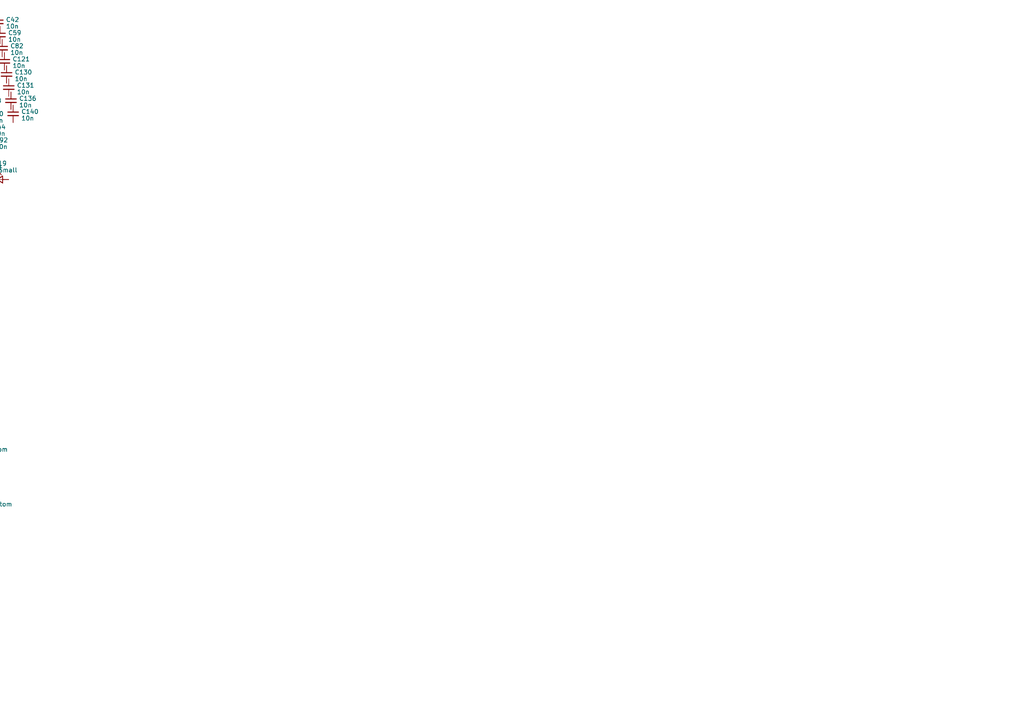
<source format=kicad_sch>
(kicad_sch (version 20230121) (generator eeschema)
  (paper "A4")
  (symbol (lib_id "Device:C_Small") (at -9.525 14.605 0) (unit 1)
    (property "Reference" "C230" (at -7.2009 13.9676 0) (effects (justify left)))
    (property "Value" "100n" (at -7.2009 15.8886 0) (effects (justify left)))
    (property "Footprint" "Capacitor_SMD:C_0805_2012Metric" (effects hide))
  )
  (symbol (lib_id "Device:C_Small") (at -69.215 68.58 0) (unit 1)
    (property "Reference" "C41" (at -66.8909 67.9426 0) (effects (justify left)))
    (property "Value" "100n" (at -66.8909 69.8636 0) (effects (justify left)))
    (property "Footprint" "Capacitor_SMD:C_0402_1005Metric" (effects hide))
  )
  (symbol (lib_id "Device:C_Small") (at -82.55 -19.685 0) (unit 1)
    (property "Reference" "C72" (at -80.2259 -20.3224 0) (effects (justify left)))
    (property "Value" "1n" (at -80.2259 -18.4014 0) (effects (justify left)))
    (property "Footprint" "Capacitor_SMD:C_0805_2012Metric" (effects hide))
  )
  (symbol (lib_id "Device:C_Small") (at 335.915 24.13 0) (unit 1)
    (property "Reference" "C234" (at 338.2391 23.4926 0) (effects (justify left)))
    (property "Value" "10n" (at 338.2391 25.4136 0) (effects (justify left)))
    (property "Footprint" "Capacitor_SMD:C_0805_2012Metric" (effects hide))
  )
  (symbol (lib_id "Device:C_Small") (at -75.565 25.4 0) (unit 1)
    (property "Reference" "C19" (at -73.2409 24.7626 0) (effects (justify left)))
    (property "Value" "100n" (at -73.2409 26.6836 0) (effects (justify left)))
    (property "Footprint" "Capacitor_SMD:C_0805_2012Metric" (effects hide))
  )
  (symbol (lib_id "Device:Fuse_Small") (at -24.13 60.96 0) (unit 1)
    (property "Reference" "F4" (at -24.13 57.5691 0))
    (property "Value" "Fuse_Small" (at -24.13 59.4901 0))
    (property "Footprint" "Fuse_smd:Fuse_1812_4532Metric" (effects hide))
  )
  (symbol (lib_id "FPGA_Xilinx_Spartan6:XC6SLX150T-FGG676") (at 156.845 264.16 90) (unit 1)
    (property "Reference" "U5" (at 269.367 263.5163 90) (effects (justify right)))
    (property "Value" "EP4CE115F780" (at 269.367 265.4373 90) (effects (justify right)))
    (property "Footprint" "Package_BGA:BGA-676_27.0x27.0mm_Layout26x26_P1.0mm_Ball0.6mm_Pad0.5mm_NSMD" (effects hide))
  )
  (symbol (lib_id "Device:C_Small") (at -27.305 26.035 0) (unit 1)
    (property "Reference" "C193" (at -24.9809 25.3976 0) (effects (justify left)))
    (property "Value" "100n" (at -24.9809 27.3186 0) (effects (justify left)))
    (property "Footprint" "Capacitor_SMD:C_0805_2012Metric" (effects hide))
  )
  (symbol (lib_id "Device:C_Small") (at -29.845 10.795 0) (unit 1)
    (property "Reference" "C183" (at -27.5209 10.1576 0) (effects (justify left)))
    (property "Value" "100n" (at -27.5209 12.0786 0) (effects (justify left)))
    (property "Footprint" "Capacitor_SMD:C_0805_2012Metric" (effects hide))
  )
  (symbol (lib_id "Device:C_Small") (at -67.945 13.335 0) (unit 1)
    (property "Reference" "C35" (at -65.6209 12.6976 0) (effects (justify left)))
    (property "Value" "100n" (at -65.6209 14.6186 0) (effects (justify left)))
    (property "Footprint" "Capacitor_SMD:C_0805_2012Metric" (effects hide))
  )
  (symbol (lib_id "Device:C_Small") (at -66.675 20.955 0) (unit 1)
    (property "Reference" "C38" (at -64.3509 20.3176 0) (effects (justify left)))
    (property "Value" "100n" (at -64.3509 22.2386 0) (effects (justify left)))
    (property "Footprint" "Capacitor_SMD:C_0805_2012Metric" (effects hide))
  )
  (symbol (lib_id "Device:C_Small") (at -81.28 -12.065 0) (unit 1)
    (property "Reference" "C103" (at -78.9559 -12.7024 0) (effects (justify left)))
    (property "Value" "1n" (at -78.9559 -10.7814 0) (effects (justify left)))
    (property "Footprint" "Capacitor_SMD:C_0805_2012Metric" (effects hide))
  )
  (symbol (lib_id "Device:C_Small") (at 305.435 12.065 0) (unit 1)
    (property "Reference" "C85" (at 307.7591 11.4276 0) (effects (justify left)))
    (property "Value" "10n" (at 307.7591 13.3486 0) (effects (justify left)))
    (property "Footprint" "Capacitor_SMD:C_0805_2012Metric" (effects hide))
  )
  (symbol (lib_id "Device:C_Small") (at -53.975 95.885 0) (unit 1)
    (property "Reference" "C98" (at -51.6509 95.2476 0) (effects (justify left)))
    (property "Value" "100n" (at -51.6509 97.1686 0) (effects (justify left)))
    (property "Footprint" "Capacitor_SMD:C_0402_1005Metric" (effects hide))
  )
  (symbol (lib_id "Device:C_Polarized_Small") (at 332.74 52.705 0) (unit 1)
    (property "Reference" "C9" (at 334.899 51.5152 0) (effects (justify left)))
    (property "Value" "10UF" (at 334.899 53.4362 0) (effects (justify left)))
    (property "Footprint" "Capacitor_Tantalum_SMD:CP_EIA-3216-18_Kemet-A" (effects hide))
  )
  (symbol (lib_id "Device:C_Small") (at -58.42 69.215 0) (unit 1)
    (property "Reference" "C65" (at -56.0959 68.5776 0) (effects (justify left)))
    (property "Value" "100n" (at -56.0959 70.4986 0) (effects (justify left)))
    (property "Footprint" "Capacitor_SMD:C_0402_1005Metric" (effects hide))
  )
  (symbol (lib_id "Device:C_Small") (at -38.1 21.59 0) (unit 1)
    (property "Reference" "C161" (at -35.7759 20.9526 0) (effects (justify left)))
    (property "Value" "100n" (at -35.7759 22.8736 0) (effects (justify left)))
    (property "Footprint" "Capacitor_SMD:C_0805_2012Metric" (effects hide))
  )
  (symbol (lib_id "Device:C_Polarized_Small") (at 333.375 86.995 0) (mirror x) (unit 1)
    (property "Reference" "C56" (at 331.2161 86.8974 0) (effects (justify right)))
    (property "Value" "10UF" (at 331.2161 88.8184 0) (effects (justify right)))
    (property "Footprint" "Capacitor_Tantalum_SMD:CP_EIA-3216-18_Kemet-A" (effects hide))
  )
  (symbol (lib_id "Device:LED_Small") (at -35.56 55.88 0) (unit 1)
    (property "Reference" "D11" (at -35.4965 51.2191 0))
    (property "Value" "LED_Small" (at -35.4965 53.1401 0))
    (property "Footprint" "LED_SMD:LED_0805_2012Metric" (effects hide))
  )
  (symbol (lib_id "Device:C_Small") (at -54.61 92.075 0) (unit 1)
    (property "Reference" "C84" (at -52.2859 91.4376 0) (effects (justify left)))
    (property "Value" "100n" (at -52.2859 93.3586 0) (effects (justify left)))
    (property "Footprint" "Capacitor_SMD:C_0402_1005Metric" (effects hide))
  )
  (symbol (lib_id "Device:FerriteBead_Small") (at -22.86 100.33 0) (unit 1)
    (property "Reference" "L26" (at -20.3962 99.6482 0) (effects (justify left)))
    (property "Value" "FerriteBead_Small" (at -20.3962 101.5692 0) (effects (justify left)))
    (property "Footprint" "Ferrite_LC_NFM41P:Ferrite_LC_NFM41P" (effects hide))
  )
  (symbol (lib_id "Connector_Generic:Conn_02x05_Top_Bottom") (at -10.795 137.795 0) (unit 1)
    (property "Reference" "P1" (at -9.525 128.4351 0))
    (property "Value" "Conn_02x05_Top_Bottom" (at -9.525 130.3561 0))
    (property "Footprint" "Connector_IDC:IDC-Header_2x05_P2.54mm_Vertical" (effects hide))
  )
  (symbol (lib_id "Device:LED_Small") (at -22.225 53.975 0) (unit 1)
    (property "Reference" "D14" (at -22.1615 49.3141 0))
    (property "Value" "LED_Small" (at -22.1615 51.2351 0))
    (property "Footprint" "LED_SMD:LED_0805_2012Metric" (effects hide))
  )
  (symbol (lib_id "Device:C_Small") (at -46.355 29.21 0) (unit 1)
    (property "Reference" "C142" (at -44.0309 28.5726 0) (effects (justify left)))
    (property "Value" "100n" (at -44.0309 30.4936 0) (effects (justify left)))
    (property "Footprint" "Capacitor_SMD:C_0805_2012Metric" (effects hide))
  )
  (symbol (lib_id "Device:C_Small") (at 308.61 31.115 0) (unit 1)
    (property "Reference" "C109" (at 310.9341 30.4776 0) (effects (justify left)))
    (property "Value" "10n" (at 310.9341 32.3986 0) (effects (justify left)))
    (property "Footprint" "Capacitor_SMD:C_0805_2012Metric" (effects hide))
  )
  (symbol (lib_id "Device:C_Small") (at -10.16 92.075 0) (unit 1)
    (property "Reference" "C132" (at -7.8359 91.4376 0) (effects (justify left)))
    (property "Value" "1n" (at -7.8359 93.3586 0) (effects (justify left)))
    (property "Footprint" "Capacitor_SMD:C_0402_1005Metric" (effects hide))
  )
  (symbol (lib_id "Device:Fuse_Small") (at -29.21 61.595 0) (unit 1)
    (property "Reference" "F5" (at -29.21 58.2041 0))
    (property "Value" "Fuse_Small" (at -29.21 60.1251 0))
    (property "Footprint" "Fuse_smd:Fuse_1812_4532Metric" (effects hide))
  )
  (symbol (lib_id "Device:C_Small") (at -66.04 24.765 0) (unit 1)
    (property "Reference" "C50" (at -63.7159 24.1276 0) (effects (justify left)))
    (property "Value" "100n" (at -63.7159 26.0486 0) (effects (justify left)))
    (property "Footprint" "Capacitor_SMD:C_0805_2012Metric" (effects hide))
  )
  (symbol (lib_id "Device:C_Small") (at -53.34 -7.62 0) (unit 1)
    (property "Reference" "C175" (at -51.0159 -8.2574 0) (effects (justify left)))
    (property "Value" "100p" (at -51.0159 -6.3364 0) (effects (justify left)))
    (property "Footprint" "Capacitor_SMD:C_0805_2012Metric" (effects hide))
  )
  (symbol (lib_id "Device:C_Small") (at -37.465 25.4 0) (unit 1)
    (property "Reference" "C163" (at -35.1409 24.7626 0) (effects (justify left)))
    (property "Value" "100n" (at -35.1409 26.6836 0) (effects (justify left)))
    (property "Footprint" "Capacitor_SMD:C_0805_2012Metric" (effects hide))
  )
  (symbol (lib_id "Device:C_Small") (at -37.465 72.39 0) (unit 1)
    (property "Reference" "C138" (at -35.1409 71.7526 0) (effects (justify left)))
    (property "Value" "100n" (at -35.1409 73.6736 0) (effects (justify left)))
    (property "Footprint" "Capacitor_SMD:C_0402_1005Metric" (effects hide))
  )
  (symbol (lib_id "Device:C_Polarized_Small") (at 334.645 94.615 0) (mirror x) (unit 1)
    (property "Reference" "C77" (at 332.4861 94.5174 0) (effects (justify right)))
    (property "Value" "10UF" (at 332.4861 96.4384 0) (effects (justify right)))
    (property "Footprint" "Capacitor_Tantalum_SMD:CP_EIA-3216-18_Kemet-A" (effects hide))
  )
  (symbol (lib_id "Device:C_Small") (at -19.685 10.16 0) (unit 1)
    (property "Reference" "C204" (at -17.3609 9.5226 0) (effects (justify left)))
    (property "Value" "100n" (at -17.3609 11.4436 0) (effects (justify left)))
    (property "Footprint" "Capacitor_SMD:C_0805_2012Metric" (effects hide))
  )
  (symbol (lib_id "Device:C_Small") (at 317.5 34.925 0) (unit 1)
    (property "Reference" "C141" (at 319.8241 34.2876 0) (effects (justify left)))
    (property "Value" "10n" (at 319.8241 36.2086 0) (effects (justify left)))
    (property "Footprint" "Capacitor_SMD:C_0805_2012Metric" (effects hide))
  )
  (symbol (lib_id "Device:C_Small") (at -5.715 37.465 0) (unit 1)
    (property "Reference" "C244" (at -3.3909 36.8276 0) (effects (justify left)))
    (property "Value" "100n" (at -3.3909 38.7486 0) (effects (justify left)))
    (property "Footprint" "Capacitor_SMD:C_0805_2012Metric" (effects hide))
  )
  (symbol (lib_id "Device:C_Small") (at -14.605 40.64 0) (unit 1)
    (property "Reference" "C225" (at -12.2809 40.0026 0) (effects (justify left)))
    (property "Value" "100n" (at -12.2809 41.9236 0) (effects (justify left)))
    (property "Footprint" "Capacitor_SMD:C_0805_2012Metric" (effects hide))
  )
  (symbol (lib_id "Device:C_Small") (at 323.85 15.875 0) (unit 1)
    (property "Reference" "C147" (at 326.1741 15.2376 0) (effects (justify left)))
    (property "Value" "10n" (at 326.1741 17.1586 0) (effects (justify left)))
    (property "Footprint" "Capacitor_SMD:C_0805_2012Metric" (effects hide))
  )
  (symbol (lib_id "Device:C_Small") (at -66.675 83.82 0) (unit 1)
    (property "Reference" "C46" (at -64.3509 83.1826 0) (effects (justify left)))
    (property "Value" "100n" (at -64.3509 85.1036 0) (effects (justify left)))
    (property "Footprint" "Capacitor_SMD:C_0402_1005Metric" (effects hide))
  )
  (symbol (lib_id "Device:C_Small") (at -34.925 40.64 0) (unit 1)
    (property "Reference" "C174" (at -32.6009 40.0026 0) (effects (justify left)))
    (property "Value" "100n" (at -32.6009 41.9236 0) (effects (justify left)))
    (property "Footprint" "Capacitor_SMD:C_0805_2012Metric" (effects hide))
  )
  (symbol (lib_id "Device:C_Polarized_Small") (at 333.375 48.895 0) (unit 1)
    (property "Reference" "C8" (at 335.534 47.7052 0) (effects (justify left)))
    (property "Value" "10UF" (at 335.534 49.6262 0) (effects (justify left)))
    (property "Footprint" "Capacitor_Tantalum_SMD:CP_EIA-3216-18_Kemet-A" (effects hide))
  )
  (symbol (lib_id "Device:C_Small") (at 3.175 29.21 0) (unit 1)
    (property "Reference" "C136" (at 5.4991 28.5726 0) (effects (justify left)))
    (property "Value" "10n" (at 5.4991 30.4936 0) (effects (justify left)))
    (property "Footprint" "Capacitor_SMD:C_0402_1005Metric" (effects hide))
  )
  (symbol (lib_id "Device:C_Polarized_Small") (at 330.835 64.135 0) (unit 1)
    (property "Reference" "C18" (at 332.994 62.9452 0) (effects (justify left)))
    (property "Value" "10UF" (at 332.994 64.8662 0) (effects (justify left)))
    (property "Footprint" "Capacitor_Tantalum_SMD:CP_EIA-3216-18_Kemet-A" (effects hide))
  )
  (symbol (lib_id "Device:C_Polarized_Small") (at 359.41 88.265 0) (mirror x) (unit 1)
    (property "Reference" "C229" (at 357.2511 88.1674 0) (effects (justify right)))
    (property "Value" "10UF" (at 357.2511 90.0884 0) (effects (justify right)))
    (property "Footprint" "Capacitor_Tantalum_SMD:CP_EIA-3216-18_Kemet-A" (effects hide))
  )
  (symbol (lib_id "Device:C_Polarized_Small") (at 356.235 69.215 0) (unit 1)
    (property "Reference" "C203" (at 358.394 68.0252 0) (effects (justify left)))
    (property "Value" "10UF" (at 358.394 69.9462 0) (effects (justify left)))
    (property "Footprint" "Capacitor_Tantalum_SMD:CP_EIA-3216-18_Kemet-A" (effects hide))
  )
  (symbol (lib_id "Device:C_Small") (at -48.26 17.78 0) (unit 1)
    (property "Reference" "C106" (at -45.9359 17.1426 0) (effects (justify left)))
    (property "Value" "100n" (at -45.9359 19.0636 0) (effects (justify left)))
    (property "Footprint" "Capacitor_SMD:C_0805_2012Metric" (effects hide))
  )
  (symbol (lib_id "Device:C_Small") (at -80.645 -8.255 0) (unit 1)
    (property "Reference" "C107" (at -78.3209 -8.8924 0) (effects (justify left)))
    (property "Value" "1n" (at -78.3209 -6.9714 0) (effects (justify left)))
    (property "Footprint" "Capacitor_SMD:C_0805_2012Metric" (effects hide))
  )
  (symbol (lib_id "Device:C_Small") (at -64.77 32.385 0) (unit 1)
    (property "Reference" "C54" (at -62.4459 31.7476 0) (effects (justify left)))
    (property "Value" "100n" (at -62.4459 33.6686 0) (effects (justify left)))
    (property "Footprint" "Capacitor_SMD:C_0805_2012Metric" (effects hide))
  )
  (symbol (lib_id "Analog_ADC:LTC2282xUP") (at -31.75 267.335 0) (unit 1)
    (property "Reference" "U10" (at -27.2541 314.7775 0) (effects (justify left)))
    (property "Value" "LTC2208xUP" (at -27.2541 316.6985 0) (effects (justify left)))
    (property "Footprint" "Package_DFN_QFN:QFN-64-1EP_9x9mm_P0.5mm_EP7.15x7.15mm" (effects hide))
    (property "Datasheet" "https://www.analog.com/media/en/technical-documentation/data-sheets/2282fb.pdf" (effects hide))
  )
  (symbol (lib_id "Device:Fuse_Small") (at -33.655 62.23 0) (unit 1)
    (property "Reference" "F1" (at -33.655 58.8391 0))
    (property "Value" "Fuse_Small" (at -33.655 60.7601 0))
    (property "Footprint" "Fuse_smd:Fuse_1812_4532Metric" (effects hide))
  )
  (symbol (lib_id "Device:C_Small") (at -63.5 102.87 0) (unit 1)
    (property "Reference" "C64" (at -61.1759 102.2326 0) (effects (justify left)))
    (property "Value" "100n" (at -61.1759 104.1536 0) (effects (justify left)))
    (property "Footprint" "Capacitor_SMD:C_0402_1005Metric" (effects hide))
  )
  (symbol (lib_id "Device:C_Small") (at -31.75 -8.255 0) (unit 1)
    (property "Reference" "C184" (at -29.4259 -8.8924 0) (effects (justify left)))
    (property "Value" "10u" (at -29.4259 -6.9714 0) (effects (justify left)))
    (property "Footprint" "Capacitor_SMD:C_0805_2012Metric" (effects hide))
  )
  (symbol (lib_id "Device:C_Small") (at -69.215 5.715 0) (unit 1)
    (property "Reference" "C27" (at -66.8909 5.0776 0) (effects (justify left)))
    (property "Value" "100n" (at -66.8909 6.9986 0) (effects (justify left)))
    (property "Footprint" "Capacitor_SMD:C_0805_2012Metric" (effects hide))
  )
  (symbol (lib_id "Device:FerriteBead_Small") (at -27.305 122.555 0) (unit 1)
    (property "Reference" "L39" (at -24.8412 121.8732 0) (effects (justify left)))
    (property "Value" "FerriteBead_Small" (at -24.8412 123.7942 0) (effects (justify left)))
    (property "Footprint" "Ferrite_LC_NFM41P:Ferrite_LC_NFM41P" (effects hide))
  )
  (symbol (lib_id "Connector:Conn_Coaxial") (at -19.685 184.785 0) (unit 1)
    (property "Reference" "J25" (at -17.1449 184.4345 0) (effects (justify left)))
    (property "Value" "Conn_Coaxial" (at -17.1449 186.3555 0) (effects (justify left)))
    (property "Footprint" "SMA_PINS:SMA_PINS" (effects hide))
    (property "Datasheet" " ~" (effects hide))
  )
  (symbol (lib_id "Device:C_Small") (at 307.975 27.305 0) (unit 1)
    (property "Reference" "C108" (at 310.2991 26.6676 0) (effects (justify left)))
    (property "Value" "10n" (at 310.2991 28.5886 0) (effects (justify left)))
    (property "Footprint" "Capacitor_SMD:C_0805_2012Metric" (effects hide))
  )
  (symbol (lib_id "Device:C_Small") (at -68.58 9.525 0) (unit 1)
    (property "Reference" "C33" (at -66.2559 8.8876 0) (effects (justify left)))
    (property "Value" "100n" (at -66.2559 10.8086 0) (effects (justify left)))
    (property "Footprint" "Capacitor_SMD:C_0805_2012Metric" (effects hide))
  )
  (symbol (lib_id "Device:C_Small") (at -12.7 77.47 0) (unit 1)
    (property "Reference" "C60" (at -10.3759 76.8326 0) (effects (justify left)))
    (property "Value" "1n" (at -10.3759 78.7536 0) (effects (justify left)))
    (property "Footprint" "Capacitor_SMD:C_0402_1005Metric" (effects hide))
  )
  (symbol (lib_id "Device:C_Small") (at -28.575 18.415 0) (unit 1)
    (property "Reference" "C190" (at -26.2509 17.7776 0) (effects (justify left)))
    (property "Value" "100n" (at -26.2509 19.6986 0) (effects (justify left)))
    (property "Footprint" "Capacitor_SMD:C_0805_2012Metric" (effects hide))
  )
  (symbol (lib_id "Device:C_Small") (at -43.18 95.25 0) (unit 1)
    (property "Reference" "C123" (at -40.8559 94.6126 0) (effects (justify left)))
    (property "Value" "100n" (at -40.8559 96.5336 0) (effects (justify left)))
    (property "Footprint" "Capacitor_SMD:C_0402_1005Metric" (effects hide))
  )
  (symbol (lib_id "Device:C_Small") (at -25.4 37.465 0) (unit 1)
    (property "Reference" "C199" (at -23.0759 36.8276 0) (effects (justify left)))
    (property "Value" "100n" (at -23.0759 38.7486 0) (effects (justify left)))
    (property "Footprint" "Capacitor_SMD:C_0805_2012Metric" (effects hide))
  )
  (symbol (lib_id "Device:C_Polarized_Small") (at 360.68 42.545 0) (unit 1)
    (property "Reference" "C125" (at 362.839 41.3552 0) (effects (justify left)))
    (property "Value" "10UF" (at 362.839 43.2762 0) (effects (justify left)))
    (property "Footprint" "Capacitor_Tantalum_SMD:CP_EIA-3216-18_Kemet-A" (effects hide))
  )
  (symbol (lib_id "Device:C_Polarized_Small") (at 331.47 75.565 0) (mirror x) (unit 1)
    (property "Reference" "C51" (at 329.3111 75.4674 0) (effects (justify right)))
    (property "Value" "10UF" (at 329.3111 77.3884 0) (effects (justify right)))
    (property "Footprint" "Capacitor_Tantalum_SMD:CP_EIA-3216-18_Kemet-A" (effects hide))
  )
  (symbol (lib_id "Device:C_Small") (at -32.385 -12.065 0) (unit 1)
    (property "Reference" "C181" (at -30.0609 -12.7024 0) (effects (justify left)))
    (property "Value" "10u" (at -30.0609 -10.7814 0) (effects (justify left)))
    (property "Footprint" "Capacitor_SMD:C_0805_2012Metric" (effects hide))
  )
  (symbol (lib_id "Device:C_Small") (at -10.795 88.265 0) (unit 1)
    (property "Reference" "C100" (at -8.4709 87.6276 0) (effects (justify left)))
    (property "Value" "1n" (at -8.4709 89.5486 0) (effects (justify left)))
    (property "Footprint" "Capacitor_SMD:C_0402_1005Metric" (effects hide))
  )
  (symbol (lib_id "Connector_Generic:Conn_02x05_Top_Bottom") (at -9.525 153.67 0) (unit 1)
    (property "Reference" "P2" (at -8.255 144.3101 0))
    (property "Value" "Conn_02x05_Top_Bottom" (at -8.255 146.2311 0))
    (property "Footprint" "Connector_IDC:IDC-Header_2x05_P2.54mm_Vertical" (effects hide))
  )
  (symbol (lib_id "Device:C_Small") (at 326.39 31.115 0) (unit 1)
    (property "Reference" "C160" (at 328.7141 30.4776 0) (effects (justify left)))
    (property "Value" "10n" (at 328.7141 32.3986 0) (effects (justify left)))
    (property "Footprint" "Capacitor_SMD:C_0805_2012Metric" (effects hide))
  )
  (symbol (lib_id "Device:C_Small") (at 1.905 21.59 0) (unit 1)
    (property "Reference" "C130" (at 4.2291 20.9526 0) (effects (justify left)))
    (property "Value" "10n" (at 4.2291 22.8736 0) (effects (justify left)))
    (property "Footprint" "Capacitor_SMD:C_0402_1005Metric" (effects hide))
  )
  (symbol (lib_id "Device:C_Polarized_Small") (at 356.87 73.025 0) (mirror x) (unit 1)
    (property "Reference" "C207" (at 361.95 71.755 0) (effects (justify right)))
    (property "Value" "10UF" (at 363.855 73.66 0) (effects (justify right)))
    (property "Footprint" "Capacitor_Tantalum_SMD:CP_EIA-3216-18_Kemet-A" (effects hide))
  )
  (symbol (lib_id "Device:C_Small") (at -80.01 -4.445 0) (unit 1)
    (property "Reference" "C170" (at -77.6859 -5.0824 0) (effects (justify left)))
    (property "Value" "1n" (at -77.6859 -3.1614 0) (effects (justify left)))
    (property "Footprint" "Capacitor_SMD:C_0805_2012Metric" (effects hide))
  )
  (symbol (lib_id "Device:C_Small") (at -31.115 -4.445 0) (unit 1)
    (property "Reference" "C186" (at -28.7909 -5.0824 0) (effects (justify left)))
    (property "Value" "10u" (at -28.7909 -3.1614 0) (effects (justify left)))
    (property "Footprint" "Capacitor_SMD:C_0805_2012Metric" (effects hide))
  )
  (symbol (lib_id "Device:C_Small") (at 314.96 19.685 0) (unit 1)
    (property "Reference" "C126" (at 317.2841 19.0476 0) (effects (justify left)))
    (property "Value" "10n" (at 317.2841 20.9686 0) (effects (justify left)))
    (property "Footprint" "Capacitor_SMD:C_0805_2012Metric" (effects hide))
  )
  (symbol (lib_id "Device:C_Polarized_Small") (at 358.775 53.975 0) (unit 1)
    (property "Reference" "C168" (at 360.934 52.7852 0) (effects (justify left)))
    (property "Value" "10UF" (at 360.934 54.7062 0) (effects (justify left)))
    (property "Footprint" "Capacitor_Tantalum_SMD:CP_EIA-3216-18_Kemet-A" (effects hide))
  )
  (symbol (lib_id "Device:C_Small") (at -0.635 6.35 0) (unit 1)
    (property "Reference" "C42" (at 1.6891 5.7126 0) (effects (justify left)))
    (property "Value" "10n" (at 1.6891 7.6336 0) (effects (justify left)))
    (property "Footprint" "Capacitor_SMD:C_0402_1005Metric" (effects hide))
  )
  (symbol (lib_id "Device:C_Small") (at -24.765 41.275 0) (unit 1)
    (property "Reference" "C200" (at -22.4409 40.6376 0) (effects (justify left)))
    (property "Value" "100n" (at -22.4409 42.5586 0) (effects (justify left)))
    (property "Footprint" "Capacitor_SMD:C_0805_2012Metric" (effects hide))
  )
  (symbol (lib_id "Device:C_Polarized_Small") (at 334.01 90.805 0) (mirror x) (unit 1)
    (property "Reference" "C58" (at 331.8511 90.7074 0) (effects (justify right)))
    (property "Value" "10UF" (at 331.8511 92.6284 0) (effects (justify right)))
    (property "Footprint" "Capacitor_Tantalum_SMD:CP_EIA-3216-18_Kemet-A" (effects hide))
  )
  (symbol (lib_id "Device:C_Small") (at 335.28 20.32 0) (unit 1)
    (property "Reference" "C220" (at 337.6041 19.6826 0) (effects (justify left)))
    (property "Value" "10n" (at 337.6041 21.6036 0) (effects (justify left)))
    (property "Footprint" "Capacitor_SMD:C_0805_2012Metric" (effects hide))
  )
  (symbol (lib_id "Device:C_Small") (at -17.78 21.59 0) (unit 1)
    (property "Reference" "C212" (at -15.4559 20.9526 0) (effects (justify left)))
    (property "Value" "100n" (at -15.4559 22.8736 0) (effects (justify left)))
    (property "Footprint" "Capacitor_SMD:C_0805_2012Metric" (effects hide))
  )
  (symbol (lib_id "Device:C_Polarized_Small") (at 332.105 56.515 0) (unit 1)
    (property "Reference" "C16" (at 334.264 55.3252 0) (effects (justify left)))
    (property "Value" "10UF" (at 334.264 57.2462 0) (effects (justify left)))
    (property "Footprint" "Capacitor_Tantalum_SMD:CP_EIA-3216-18_Kemet-A" (effects hide))
  )
  (symbol (lib_id "Device:C_Small") (at 313.055 8.255 0) (unit 1)
    (property "Reference" "C112" (at 315.3791 7.6176 0) (effects (justify left)))
    (property "Value" "10n" (at 315.3791 9.5386 0) (effects (justify left)))
    (property "Footprint" "Capacitor_SMD:C_0805_2012Metric" (effects hide))
  )
  (symbol (lib_id "Device:C_Small") (at 300.355 45.72 0) (unit 1)
    (property "Reference" "C28" (at 302.6791 45.0826 0) (effects (justify left)))
    (property "Value" "10p" (at 302.6791 47.0036 0) (effects (justify left)))
    (property "Footprint" "Capacitor_SMD:C_0805_2012Metric" (effects hide))
  )
  (symbol (lib_id "Device:C_Small") (at -74.295 33.02 0) (unit 1)
    (property "Reference" "C24" (at -71.9709 32.3826 0) (effects (justify left)))
    (property "Value" "100n" (at -71.9709 34.3036 0) (effects (justify left)))
    (property "Footprint" "Capacitor_SMD:C_0805_2012Metric" (effects hide))
  )
  (symbol (lib_id "Device:C_Small") (at -53.975 40.64 0) (unit 1)
    (property "Reference" "C94" (at -51.6509 40.0026 0) (effects (justify left)))
    (property "Value" "100n" (at -51.6509 41.9236 0) (effects (justify left)))
    (property "Footprint" "Capacitor_SMD:C_0805_2012Metric" (effects hide))
  )
  (symbol (lib_id "Device:C_Small") (at -6.35 33.655 0) (unit 1)
    (property "Reference" "C240" (at -4.0259 33.0176 0) (effects (justify left)))
    (property "Value" "100n" (at -4.0259 34.9386 0) (effects (justify left)))
    (property "Footprint" "Capacitor_SMD:C_0805_2012Metric" (effects hide))
  )
  (symbol (lib_id "Device:C_Small") (at -76.2 21.59 0) (unit 1)
    (property "Reference" "C15" (at -73.8759 20.9526 0) (effects (justify left)))
    (property "Value" "100n" (at -73.8759 22.8736 0) (effects (justify left)))
    (property "Footprint" "Capacitor_SMD:C_0805_2012Metric" (effects hide))
  )
  (symbol (lib_id "Device:C_Small") (at -68.58 72.39 0) (unit 1)
    (property "Reference" "C43" (at -66.2559 71.7526 0) (effects (justify left)))
    (property "Value" "100n" (at -66.2559 73.6736 0) (effects (justify left)))
    (property "Footprint" "Capacitor_SMD:C_0402_1005Metric" (effects hide))
  )
  (symbol (lib_id "Device:C_Small") (at -65.405 28.575 0) (unit 1)
    (property "Reference" "C52" (at -63.0809 27.9376 0) (effects (justify left)))
    (property "Value" "100n" (at -63.0809 29.8586 0) (effects (justify left)))
    (property "Footprint" "Capacitor_SMD:C_0805_2012Metric" (effects hide))
  )
  (symbol (lib_id "Device:LED_Small") (at -4.445 51.435 0) (unit 1)
    (property "Reference" "D18" (at -4.3815 46.7741 0))
    (property "Value" "LED_Small" (at -4.3815 48.6951 0))
    (property "Footprint" "LED_SMD:LED_0805_2012Metric" (effects hide))
  )
  (symbol (lib_id "Device:C_Small") (at -56.515 25.4 0) (unit 1)
    (property "Reference" "C89" (at -54.1909 24.7626 0) (effects (justify left)))
    (property "Value" "100n" (at -54.1909 26.6836 0) (effects (justify left)))
    (property "Footprint" "Capacitor_SMD:C_0805_2012Metric" (effects hide))
  )
  (symbol (lib_id "Device:C_Small") (at -53.34 99.695 0) (unit 1)
    (property "Reference" "C99" (at -51.0159 99.0576 0) (effects (justify left)))
    (property "Value" "100n" (at -51.0159 100.9786 0) (effects (justify left)))
    (property "Footprint" "Capacitor_SMD:C_0402_1005Metric" (effects hide))
  )
  (symbol (lib_id "Device:C_Small") (at 0 10.16 0) (unit 1)
    (property "Reference" "C59" (at 2.3241 9.5226 0) (effects (justify left)))
    (property "Value" "10n" (at 2.3241 11.4436 0) (effects (justify left)))
    (property "Footprint" "Capacitor_SMD:C_0402_1005Metric" (effects hide))
  )
  (symbol (lib_id "Device:C_Small") (at 304.165 4.445 0) (unit 1)
    (property "Reference" "C10" (at 306.4891 3.8076 0) (effects (justify left)))
    (property "Value" "10n" (at 306.4891 5.7286 0) (effects (justify left)))
    (property "Footprint" "Capacitor_SMD:C_0805_2012Metric" (effects hide))
  )
  (symbol (lib_id "Device:C_Small") (at 304.8 8.255 0) (unit 1)
    (property "Reference" "C53" (at 307.1241 7.6176 0) (effects (justify left)))
    (property "Value" "10n" (at 307.1241 9.5386 0) (effects (justify left)))
    (property "Footprint" "Capacitor_SMD:C_0805_2012Metric" (effects hide))
  )
  (symbol (lib_id "Device:C_Small") (at -46.99 72.39 0) (unit 1)
    (property "Reference" "C116" (at -44.6659 71.7526 0) (effects (justify left)))
    (property "Value" "100n" (at -44.6659 73.6736 0) (effects (justify left)))
    (property "Footprint" "Capacitor_SMD:C_0402_1005Metric" (effects hide))
  )
  (symbol (lib_id "Device:C_Polarized_Small") (at 360.045 46.355 0) (unit 1)
    (property "Reference" "C152" (at 362.204 45.1652 0) (effects (justify left)))
    (property "Value" "10UF" (at 362.204 47.0862 0) (effects (justify left)))
    (property "Footprint" "Capacitor_Tantalum_SMD:CP_EIA-3216-18_Kemet-A" (effects hide))
  )
  (symbol (lib_id "Device:C_Small") (at -78.105 10.16 0) (unit 1)
    (property "Reference" "C7" (at -75.7809 9.5226 0) (effects (justify left)))
    (property "Value" "100n" (at -75.7809 11.4436 0) (effects (justify left)))
    (property "Footprint" "Capacitor_SMD:C_0805_2012Metric" (effects hide))
  )
  (symbol (lib_id "Device:C_Small") (at 334.01 12.7 0) (unit 1)
    (property "Reference" "C208" (at 336.3341 12.0626 0) (effects (justify left)))
    (property "Value" "10n" (at 336.3341 13.9836 0) (effects (justify left)))
    (property "Footprint" "Capacitor_SMD:C_0805_2012Metric" (effects hide))
  )
  (symbol (lib_id "Device:C_Small") (at -67.31 80.01 0) (unit 1)
    (property "Reference" "C45" (at -64.9859 79.3726 0) (effects (justify left)))
    (property "Value" "100n" (at -64.9859 81.2936 0) (effects (justify left)))
    (property "Footprint" "Capacitor_SMD:C_0402_1005Metric" (effects hide))
  )
  (symbol (lib_id "Device:C_Small") (at -17.145 25.4 0) (unit 1)
    (property "Reference" "C214" (at -14.8209 24.7626 0) (effects (justify left)))
    (property "Value" "100n" (at -14.8209 26.6836 0) (effects (justify left)))
    (property "Footprint" "Capacitor_SMD:C_0805_2012Metric" (effects hide))
  )
  (symbol (lib_id "Device:C_Small") (at 323.215 12.065 0) (unit 1)
    (property "Reference" "C146" (at 325.5391 11.4276 0) (effects (justify left)))
    (property "Value" "10n" (at 325.5391 13.3486 0) (effects (justify left)))
    (property "Footprint" "Capacitor_SMD:C_0805_2012Metric" (effects hide))
  )
  (symbol (lib_id "Device:C_Small") (at -71.12 -3.81 0) (unit 1)
    (property "Reference" "C251" (at -68.7959 -4.4474 0) (effects (justify left)))
    (property "Value" "1n" (at -68.7959 -2.5264 0) (effects (justify left)))
    (property "Footprint" "Capacitor_SMD:C_0805_2012Metric" (effects hide))
  )
  (symbol (lib_id "Device:C_Small") (at -59.055 10.16 0) (unit 1)
    (property "Reference" "C74" (at -56.7309 9.5226 0) (effects (justify left)))
    (property "Value" "100n" (at -56.7309 11.4436 0) (effects (justify left)))
    (property "Footprint" "Capacitor_SMD:C_0805_2012Metric" (effects hide))
  )
  (symbol (lib_id "Connector_Generic:Conn_02x05_Top_Bottom") (at -24.765 138.43 0) (unit 1)
    (property "Reference" "J15" (at -23.495 129.0701 0))
    (property "Value" "Conn_02x05_Top_Bottom" (at -23.495 130.9911 0))
    (property "Footprint" "Connector_IDC:IDC-Header_2x05_P2.54mm_Vertical" (effects hide))
  )
  (symbol (lib_id "Device:FerriteBead_Small") (at -26.67 118.745 0) (unit 1)
    (property "Reference" "L37" (at -24.2062 118.0632 0) (effects (justify left)))
    (property "Value" "FerriteBead_Small" (at -24.2062 119.9842 0) (effects (justify left)))
    (property "Footprint" "Ferrite_LC_NFM41P:Ferrite_LC_NFM41P" (effects hide))
  )
  (symbol (lib_id "Device:C_Small") (at 307.34 23.495 0) (unit 1)
    (property "Reference" "C102" (at 309.6641 22.8576 0) (effects (justify left)))
    (property "Value" "10n" (at 309.6641 24.7786 0) (effects (justify left)))
    (property "Footprint" "Capacitor_SMD:C_0805_2012Metric" (effects hide))
  )
  (symbol (lib_id "Device:C_Polarized_Small") (at 357.505 76.835 0) (mirror x) (unit 1)
    (property "Reference" "C219" (at 355.3461 76.7374 0) (effects (justify right)))
    (property "Value" "10UF" (at 355.3461 78.6584 0) (effects (justify right)))
    (property "Footprint" "Capacitor_Tantalum_SMD:CP_EIA-3216-18_Kemet-A" (effects hide))
  )
  (symbol (lib_id "Device:C_Small") (at -9.525 95.885 0) (unit 1)
    (property "Reference" "C133" (at -7.2009 95.2476 0) (effects (justify left)))
    (property "Value" "1n" (at -7.2009 97.1686 0) (effects (justify left)))
    (property "Footprint" "Capacitor_SMD:C_0402_1005Metric" (effects hide))
  )
  (symbol (lib_id "Analog_ADC:LTC2282xUP") (at 8.89 264.795 0) (unit 1)
    (property "Reference" "U18" (at 13.3859 312.2375 0) (effects (justify left)))
    (property "Value" "LTC2208xUP" (at 13.3859 314.1585 0) (effects (justify left)))
    (property "Footprint" "Package_DFN_QFN:QFN-64-1EP_9x9mm_P0.5mm_EP7.15x7.15mm" (effects hide))
    (property "Datasheet" "https://www.analog.com/media/en/technical-documentation/data-sheets/2282fb.pdf" (effects hide))
  )
  (symbol (lib_id "Device:C_Small") (at 337.82 35.56 0) (unit 1)
    (property "Reference" "C243" (at 340.1441 34.9226 0) (effects (justify left)))
    (property "Value" "10n" (at 340.1441 36.8436 0) (effects (justify left)))
    (property "Footprint" "Capacitor_SMD:C_0805_2012Metric" (effects hide))
  )
  (symbol (lib_id "Device:C_Small") (at -29.21 14.605 0) (unit 1)
    (property "Reference" "C189" (at -26.8859 13.9676 0) (effects (justify left)))
    (property "Value" "100n" (at -26.8859 15.8886 0) (effects (justify left)))
    (property "Footprint" "Capacitor_SMD:C_0805_2012Metric" (effects hide))
  )
  (symbol (lib_id "Device:C_Small") (at -43.815 91.44 0) (unit 1)
    (property "Reference" "C122" (at -41.4909 90.8026 0) (effects (justify left)))
    (property "Value" "100n" (at -41.4909 92.7236 0) (effects (justify left)))
    (property "Footprint" "Capacitor_SMD:C_0402_1005Metric" (effects hide))
  )
  (symbol (lib_id "Device:C_Polarized_Small") (at 335.28 98.425 0) (mirror x) (unit 1)
    (property "Reference" "C78" (at 333.1211 98.3274 0) (effects (justify right)))
    (property "Value" "10UF" (at 333.1211 100.2484 0) (effects (justify right)))
    (property "Footprint" "Capacitor_Tantalum_SMD:CP_EIA-3216-18_Kemet-A" (effects hide))
  )
  (symbol (lib_id "Device:C_Small") (at 336.55 27.94 0) (unit 1)
    (property "Reference" "C236" (at 338.8741 27.3026 0) (effects (justify left)))
    (property "Value" "10n" (at 338.8741 29.2236 0) (effects (justify left)))
    (property "Footprint" "Capacitor_SMD:C_0805_2012Metric" (effects hide))
  )
  (symbol (lib_id "Device:C_Small") (at -74.295 -22.86 0) (unit 1)
    (property "Reference" "C172" (at -71.9709 -23.4974 0) (effects (justify left)))
    (property "Value" "1n" (at -71.9709 -21.5764 0) (effects (justify left)))
    (property "Footprint" "Capacitor_SMD:C_0805_2012Metric" (effects hide))
  )
  (symbol (lib_id "Device:C_Small") (at -64.77 95.25 0) (unit 1)
    (property "Reference" "C61" (at -62.4459 94.6126 0) (effects (justify left)))
    (property "Value" "100n" (at -62.4459 96.5336 0) (effects (justify left)))
    (property "Footprint" "Capacitor_SMD:C_0402_1005Metric" (effects hide))
  )
  (symbol (lib_id "Device:C_Small") (at -8.255 22.225 0) (unit 1)
    (property "Reference" "C235" (at -5.9309 21.5876 0) (effects (justify left)))
    (property "Value" "100n" (at -5.9309 23.5086 0) (effects (justify left)))
    (property "Footprint" "Capacitor_SMD:C_0805_2012Metric" (effects hide))
  )
  (symbol (lib_id "Device:C_Small") (at -73.025 -15.24 0) (unit 1)
    (property "Reference" "C180" (at -70.7009 -15.8774 0) (effects (justify left)))
    (property "Value" "1n" (at -70.7009 -13.9564 0) (effects (justify left)))
    (property "Footprint" "Capacitor_SMD:C_0805_2012Metric" (effects hide))
  )
  (symbol (lib_id "Device:C_Small") (at -45.72 80.01 0) (unit 1)
    (property "Reference" "C118" (at -43.3959 79.3726 0) (effects (justify left)))
    (property "Value" "100n" (at -43.3959 81.2936 0) (effects (justify left)))
    (property "Footprint" "Capacitor_SMD:C_0402_1005Metric" (effects hide))
  )
  (symbol (lib_id "Device:C_Polarized_Small") (at 334.01 45.085 0) (unit 1)
    (property "Reference" "C5" (at 336.169 43.8952 0) (effects (justify left)))
    (property "Value" "10UF" (at 336.169 45.8162 0) (effects (justify left)))
    (property "Footprint" "Capacitor_Tantalum_SMD:CP_EIA-3216-18_Kemet-A" (effects hide))
  )
  (symbol (lib_id "Device:C_Small") (at -39.37 13.97 0) (unit 1)
    (property "Reference" "C156" (at -37.0459 13.3326 0) (effects (justify left)))
    (property "Value" "100n" (at -37.0459 15.2536 0) (effects (justify left)))
    (property "Footprint" "Capacitor_SMD:C_0805_2012Metric" (effects hide))
  )
  (symbol (lib_id "Device:C_Small") (at 312.42 4.445 0) (unit 1)
    (property "Reference" "C110" (at 314.7441 3.8076 0) (effects (justify left)))
    (property "Value" "10n" (at 314.7441 5.7286 0) (effects (justify left)))
    (property "Footprint" "Capacitor_SMD:C_0805_2012Metric" (effects hide))
  )
  (symbol (lib_id "Device:C_Small") (at -11.43 84.455 0) (unit 1)
    (property "Reference" "C80" (at -9.1059 83.8176 0) (effects (justify left)))
    (property "Value" "1n" (at -9.1059 85.7386 0) (effects (justify left)))
    (property "Footprint" "Capacitor_SMD:C_0402_1005Metric" (effects hide))
  )
  (symbol (lib_id "Device:Fuse_Small") (at -38.735 62.865 0) (unit 1)
    (property "Reference" "F2" (at -38.735 59.4741 0))
    (property "Value" "Fuse_Small" (at -38.735 61.3951 0))
    (property "Footprint" "Fuse_smd:Fuse_1812_4532Metric" (effects hide))
  )
  (symbol (lib_id "Device:C_Small") (at -15.875 33.02 0) (unit 1)
    (property "Reference" "C216" (at -13.5509 32.3826 0) (effects (justify left)))
    (property "Value" "100n" (at -13.5509 34.3036 0) (effects (justify left)))
    (property "Footprint" "Capacitor_SMD:C_0805_2012Metric" (effects hide))
  )
  (symbol (lib_id "Device:C_Small") (at 306.705 41.91 0) (unit 1)
    (property "Reference" "C1" (at 309.0291 41.2726 0) (effects (justify left)))
    (property "Value" "10p" (at 309.0291 43.1936 0) (effects (justify left)))
    (property "Footprint" "Capacitor_SMD:C_0805_2012Metric" (effects hide))
  )
  (symbol (lib_id "Device:C_Small") (at -7.62 26.035 0) (unit 1)
    (property "Reference" "C237" (at -5.2959 25.3976 0) (effects (justify left)))
    (property "Value" "100n" (at -5.2959 27.3186 0) (effects (justify left)))
    (property "Footprint" "Capacitor_SMD:C_0805_2012Metric" (effects hide))
  )
  (symbol (lib_id "Device:C_Small") (at -74.93 29.21 0) (unit 1)
    (property "Reference" "C23" (at -72.6059 28.5726 0) (effects (justify left)))
    (property "Value" "100n" (at -72.6059 30.4936 0) (effects (justify left)))
    (property "Footprint" "Capacitor_SMD:C_0805_2012Metric" (effects hide))
  )
  (symbol (lib_id "Device:C_Small") (at -64.135 36.195 0) (unit 1)
    (property "Reference" "C55" (at -61.8109 35.5576 0) (effects (justify left)))
    (property "Value" "100n" (at -61.8109 37.4786 0) (effects (justify left)))
    (property "Footprint" "Capacitor_SMD:C_0805_2012Metric" (effects hide))
  )
  (symbol (lib_id "Device:FerriteBead_Small") (at -26.035 114.935 0) (unit 1)
    (property "Reference" "L36" (at -23.5712 114.2532 0) (effects (justify left)))
    (property "Value" "FerriteBead_Small" (at -23.5712 116.1742 0) (effects (justify left)))
    (property "Footprint" "Ferrite_LC_NFM41P:Ferrite_LC_NFM41P" (effects hide))
  )
  (symbol (lib_id "Device:C_Small") (at -40.64 6.35 0) (unit 1)
    (property "Reference" "C154" (at -38.3159 5.7126 0) (effects (justify left)))
    (property "Value" "100n" (at -38.3159 7.6336 0) (effects (justify left)))
    (property "Footprint" "Capacitor_SMD:C_0805_2012Metric" (effects hide))
  )
  (symbol (lib_id "Device:C_Small") (at -41.91 102.87 0) (unit 1)
    (property "Reference" "C135" (at -39.5859 102.2326 0) (effects (justify left)))
    (property "Value" "100n" (at -39.5859 104.1536 0) (effects (justify left)))
    (property "Footprint" "Capacitor_SMD:C_0402_1005Metric" (effects hide))
  )
  (symbol (lib_id "Device:C_Small") (at -57.785 73.025 0) (unit 1)
    (property "Reference" "C66" (at -55.4609 72.3876 0) (effects (justify left)))
    (property "Value" "100n" (at -55.4609 74.3086 0) (effects (justify left)))
    (property "Footprint" "Capacitor_SMD:C_0402_1005Metric" (effects hide))
  )
  (symbol (lib_id "Connector_Generic:Conn_02x05_Top_Bottom") (at -24.13 154.305 0) (unit 1)
    (property "Reference" "J18" (at -22.86 144.9451 0))
    (property "Value" "Conn_02x05_Top_Bottom" (at -22.86 146.8661 0))
    (property "Footprint" "Connector_IDC:IDC-Header_2x05_P2.54mm_Vertical" (effects hide))
  )
  (symbol (lib_id "Device:C_Small") (at 3.81 33.02 0) (unit 1)
    (property "Reference" "C140" (at 6.1341 32.3826 0) (effects (justify left)))
    (property "Value" "10n" (at 6.1341 34.3036 0) (effects (justify left)))
    (property "Footprint" "Capacitor_SMD:C_0402_1005Metric" (effects hide))
  )
  (symbol (lib_id "Device:C_Small") (at -40.005 10.16 0) (unit 1)
    (property "Reference" "C155" (at -37.6809 9.5226 0) (effects (justify left)))
    (property "Value" "100n" (at -37.6809 11.4436 0) (effects (justify left)))
    (property "Footprint" "Capacitor_SMD:C_0805_2012Metric" (effects hide))
  )
  (symbol (lib_id "Device:C_Small") (at -16.51 29.21 0) (unit 1)
    (property "Reference" "C215" (at -14.1859 28.5726 0) (effects (justify left)))
    (property "Value" "100n" (at -14.1859 30.4936 0) (effects (justify left)))
    (property "Footprint" "Capacitor_SMD:C_0805_2012Metric" (effects hide))
  )
  (symbol (lib_id "Device:C_Small") (at 307.34 45.72 0) (unit 1)
    (property "Reference" "C29" (at 309.6641 45.0826 0) (effects (justify left)))
    (property "Value" "10p" (at 309.6641 47.0036 0) (effects (justify left)))
    (property "Footprint" "Capacitor_SMD:C_0805_2012Metric" (effects hide))
  )
  (symbol (lib_id "Device:C_Small") (at -19.05 13.97 0) (unit 1)
    (property "Reference" "C209" (at -16.7259 13.3326 0) (effects (justify left)))
    (property "Value" "100n" (at -16.7259 15.2536 0) (effects (justify left)))
    (property "Footprint" "Capacitor_SMD:C_0805_2012Metric" (effects hide))
  )
  (symbol (lib_id "Device:C_Small") (at -57.15 76.835 0) (unit 1)
    (property "Reference" "C67" (at -54.8259 76.1976 0) (effects (justify left)))
    (property "Value" "100n" (at -54.8259 78.1186 0) (effects (justify left)))
    (property "Footprint" "Capacitor_SMD:C_0402_1005Metric" (effects hide))
  )
  (symbol (lib_id "Device:C_Polarized_Small") (at 356.87 65.405 0) (unit 1)
    (property "Reference" "C196" (at 359.029 64.2152 0) (effects (justify left)))
    (property "Value" "10UF" (at 359.029 66.1362 0) (effects (justify left)))
    (property "Footprint" "Capacitor_Tantalum_SMD:CP_EIA-3216-18_Kemet-A" (effects hide))
  )
  (symbol (lib_id "Device:C_Small") (at -56.515 80.645 0) (unit 1)
    (property "Reference" "C68" (at -54.1909 80.0076 0) (effects (justify left)))
    (property "Value" "100n" (at -54.1909 81.9286 0) (effects (justify left)))
    (property "Footprint" "Capacitor_SMD:C_0402_1005Metric" (effects hide))
  )
  (symbol (lib_id "Device:C_Small") (at -30.48 6.985 0) (unit 1)
    (property "Reference" "C182" (at -28.1559 6.3476 0) (effects (justify left)))
    (property "Value" "100n" (at -28.1559 8.2686 0) (effects (justify left)))
    (property "Footprint" "Capacitor_SMD:C_0805_2012Metric" (effects hide))
  )
  (symbol (lib_id "Device:C_Small") (at -36.195 33.02 0) (unit 1)
    (property "Reference" "C169" (at -33.8709 32.3826 0) (effects (justify left)))
    (property "Value" "100n" (at -33.8709 34.3036 0) (effects (justify left)))
    (property "Footprint" "Capacitor_SMD:C_0805_2012Metric" (effects hide))
  )
  (symbol (lib_id "Device:C_Small") (at -54.61 -15.24 0) (unit 1)
    (property "Reference" "C105" (at -52.2859 -15.8774 0) (effects (justify left)))
    (property "Value" "100p" (at -52.2859 -13.9564 0) (effects (justify left)))
    (property "Footprint" "Capacitor_SMD:C_0805_2012Metric" (effects hide))
  )
  (symbol (lib_id "Device:C_Small") (at -13.335 73.66 0) (unit 1)
    (property "Reference" "C49" (at -11.0109 73.0226 0) (effects (justify left)))
    (property "Value" "1n" (at -11.0109 74.9436 0) (effects (justify left)))
    (property "Footprint" "Capacitor_SMD:C_0402_1005Metric" (effects hide))
  )
  (symbol (lib_id "Device:C_Small") (at 1.27 17.78 0) (unit 1)
    (property "Reference" "C121" (at 3.5941 17.1426 0) (effects (justify left)))
    (property "Value" "10n" (at 3.5941 19.0636 0) (effects (justify left)))
    (property "Footprint" "Capacitor_SMD:C_0402_1005Metric" (effects hide))
  )
  (symbol (lib_id "Device:C_Small") (at -71.755 -7.62 0) (unit 1)
    (property "Reference" "C242" (at -69.4309 -8.2574 0) (effects (justify left)))
    (property "Value" "1n" (at -69.4309 -6.3364 0) (effects (justify left)))
    (property "Footprint" "Capacitor_SMD:C_0805_2012Metric" (effects hide))
  )
  (symbol (lib_id "Device:C_Polarized_Small") (at 358.14 80.645 0) (mirror x) (unit 1)
    (property "Reference" "C223" (at 355.9811 80.5474 0) (effects (justify right)))
    (property "Value" "10UF" (at 355.9811 82.4684 0) (effects (justify right)))
    (property "Footprint" "Capacitor_Tantalum_SMD:CP_EIA-3216-18_Kemet-A" (effects hide))
  )
  (symbol (lib_id "Device:C_Small") (at -63.5 40.005 0) (unit 1)
    (property "Reference" "C69" (at -61.1759 39.3676 0) (effects (justify left)))
    (property "Value" "100n" (at -61.1759 41.2886 0) (effects (justify left)))
    (property "Footprint" "Capacitor_SMD:C_0805_2012Metric" (effects hide))
  )
  (symbol (lib_id "Connector:Conn_Coaxial") (at -48.895 184.785 0) (unit 1)
    (property "Reference" "J3" (at -46.3549 184.4345 0) (effects (justify left)))
    (property "Value" "Conn_Coaxial" (at -46.3549 186.3555 0) (effects (justify left)))
    (property "Footprint" "SMA_PINS:SMA_PINS" (effects hide))
    (property "Datasheet" " ~" (effects hide))
  )
  (symbol (lib_id "Device:C_Small") (at -44.45 87.63 0) (unit 1)
    (property "Reference" "C120" (at -42.1259 86.9926 0) (effects (justify left)))
    (property "Value" "100n" (at -42.1259 88.9136 0) (effects (justify left)))
    (property "Footprint" "Capacitor_SMD:C_0402_1005Metric" (effects hide))
  )
  (symbol (lib_id "Device:C_Polarized_Small") (at 331.47 60.325 0) (unit 1)
    (property "Reference" "C17" (at 333.629 59.1352 0) (effects (justify left)))
    (property "Value" "10UF" (at 333.629 61.0562 0) (effects (justify left)))
    (property "Footprint" "Capacitor_Tantalum_SMD:CP_EIA-3216-18_Kemet-A" (effects hide))
  )
  (symbol (lib_id "Device:C_Polarized_Small") (at 330.835 71.755 0) (mirror x) (unit 1)
    (property "Reference" "C21" (at 335.915 70.485 0) (effects (justify right)))
    (property "Value" "10UF" (at 337.82 72.39 0) (effects (justify right)))
    (property "Footprint" "Capacitor_Tantalum_SMD:CP_EIA-3216-18_Kemet-A" (effects hide))
  )
  (symbol (lib_id "Device:LED_Small") (at -40.005 56.515 0) (unit 1)
    (property "Reference" "D10" (at -39.9415 51.8541 0))
    (property "Value" "LED_Small" (at -39.9415 53.7751 0))
    (property "Footprint" "LED_SMD:LED_0805_2012Metric" (effects hide))
  )
  (symbol (lib_id "Device:C_Polarized_Small") (at 358.775 84.455 0) (mirror x) (unit 1)
    (property "Reference" "C228" (at 356.6161 84.3574 0) (effects (justify right)))
    (property "Value" "10UF" (at 356.6161 86.2784 0) (effects (justify right)))
    (property "Footprint" "Capacitor_Tantalum_SMD:CP_EIA-3216-18_Kemet-A" (effects hide))
  )
  (symbol (lib_id "Device:C_Small") (at -45.085 36.83 0) (unit 1)
    (property "Reference" "C148" (at -42.7609 36.1926 0) (effects (justify left)))
    (property "Value" "100n" (at -42.7609 38.1136 0) (effects (justify left)))
    (property "Footprint" "Capacitor_SMD:C_0805_2012Metric" (effects hide))
  )
  (symbol (lib_id "Device:C_Polarized_Small") (at 332.105 79.375 0) (mirror x) (unit 1)
    (property "Reference" "C30" (at 329.9461 79.2774 0) (effects (justify right)))
    (property "Value" "10UF" (at 329.9461 81.1984 0) (effects (justify right)))
    (property "Footprint" "Capacitor_Tantalum_SMD:CP_EIA-3216-18_Kemet-A" (effects hide))
  )
  (symbol (lib_id "Connector:Conn_Coaxial") (at -30.48 184.15 0) (unit 1)
    (property "Reference" "J10" (at -27.9399 183.7995 0) (effects (justify left)))
    (property "Value" "Conn_Coaxial" (at -27.9399 185.7205 0) (effects (justify left)))
    (property "Footprint" "SMA_PINS:SMA_PINS" (effects hide))
    (property "Datasheet" " ~" (effects hide))
  )
  (symbol (lib_id "Device:C_Small") (at 325.12 23.495 0) (unit 1)
    (property "Reference" "C157" (at 327.4441 22.8576 0) (effects (justify left)))
    (property "Value" "10n" (at 327.4441 24.7786 0) (effects (justify left)))
    (property "Footprint" "Capacitor_SMD:C_0805_2012Metric" (effects hide))
  )
  (symbol (lib_id "Device:C_Small") (at -46.355 76.2 0) (unit 1)
    (property "Reference" "C117" (at -44.0309 75.5626 0) (effects (justify left)))
    (property "Value" "100n" (at -44.0309 77.4836 0) (effects (justify left)))
    (property "Footprint" "Capacitor_SMD:C_0402_1005Metric" (effects hide))
  )
  (symbol (lib_id "Device:C_Small") (at -48.895 13.97 0) (unit 1)
    (property "Reference" "C104" (at -46.5709 13.3326 0) (effects (justify left)))
    (property "Value" "100n" (at -46.5709 15.2536 0) (effects (justify left)))
    (property "Footprint" "Capacitor_SMD:C_0805_2012Metric" (effects hide))
  )
  (symbol (lib_id "Device:C_Small") (at -65.405 91.44 0) (unit 1)
    (property "Reference" "C48" (at -63.0809 90.8026 0) (effects (justify left)))
    (property "Value" "100n" (at -63.0809 92.7236 0) (effects (justify left)))
    (property "Footprint" "Capacitor_SMD:C_0402_1005Metric" (effects hide))
  )
  (symbol (lib_id "Device:C_Small") (at -26.67 29.845 0) (unit 1)
    (property "Reference" "C197" (at -24.3459 29.2076 0) (effects (justify left)))
    (property "Value" "100n" (at -24.3459 31.1286 0) (effects (justify left)))
    (property "Footprint" "Capacitor_SMD:C_0805_2012Metric" (effects hide))
  )
  (symbol (lib_id "Device:C_Small") (at -38.735 17.78 0) (unit 1)
    (property "Reference" "C158" (at -36.4109 17.1426 0) (effects (justify left)))
    (property "Value" "100n" (at -36.4109 19.0636 0) (effects (justify left)))
    (property "Footprint" "Capacitor_SMD:C_0805_2012Metric" (effects hide))
  )
  (symbol (lib_id "Device:LED_Small") (at -17.78 53.34 0) (unit 1)
    (property "Reference" "D15" (at -17.7165 48.6791 0))
    (property "Value" "LED_Small" (at -17.7165 50.6001 0))
    (property "Footprint" "LED_SMD:LED_0805_2012Metric" (effects hide))
  )
  (symbol (lib_id "Device:C_Small") (at -13.97 69.85 0) (unit 1)
    (property "Reference" "C40" (at -11.6459 69.2126 0) (effects (justify left)))
    (property "Value" "1n" (at -11.6459 71.1336 0) (effects (justify left)))
    (property "Footprint" "Capacitor_SMD:C_0402_1005Metric" (effects hide))
  )
  (symbol (lib_id "Device:C_Small") (at -59.69 6.35 0) (unit 1)
    (property "Reference" "C71" (at -57.3659 5.7126 0) (effects (justify left)))
    (property "Value" "100n" (at -57.3659 7.6336 0) (effects (justify left)))
    (property "Footprint" "Capacitor_SMD:C_0805_2012Metric" (effects hide))
  )
  (symbol (lib_id "Device:C_Polarized_Small") (at 334.645 41.275 0) (unit 1)
    (property "Reference" "C3" (at 336.804 40.0852 0) (effects (justify left)))
    (property "Value" "10UF" (at 336.804 42.0062 0) (effects (justify left)))
    (property "Footprint" "Capacitor_Tantalum_SMD:CP_EIA-3216-18_Kemet-A" (effects hide))
  )
  (symbol (lib_id "Device:C_Small") (at 333.375 8.89 0) (unit 1)
    (property "Reference" "C201" (at 335.6991 8.2526 0) (effects (justify left)))
    (property "Value" "10n" (at 335.6991 10.1736 0) (effects (justify left)))
    (property "Footprint" "Capacitor_SMD:C_0805_2012Metric" (effects hide))
  )
  (symbol (lib_id "Device:C_Small") (at -47.625 21.59 0) (unit 1)
    (property "Reference" "C111" (at -45.3009 20.9526 0) (effects (justify left)))
    (property "Value" "100n" (at -45.3009 22.8736 0) (effects (justify left)))
    (property "Footprint" "Capacitor_SMD:C_0805_2012Metric" (effects hide))
  )
  (symbol (lib_id "Device:FerriteBead_Small") (at -25.4 111.125 0) (unit 1)
    (property "Reference" "L35" (at -22.9362 110.4432 0) (effects (justify left)))
    (property "Value" "FerriteBead_Small" (at -22.9362 112.3642 0) (effects (justify left)))
    (property "Footprint" "Ferrite_LC_NFM41P:Ferrite_LC_NFM41P" (effects hide))
  )
  (symbol (lib_id "Device:C_Small") (at -53.975 -11.43 0) (unit 1)
    (property "Reference" "C173" (at -51.6509 -12.0674 0) (effects (justify left)))
    (property "Value" "100p" (at -51.6509 -10.1464 0) (effects (justify left)))
    (property "Footprint" "Capacitor_SMD:C_0805_2012Metric" (effects hide))
  )
  (symbol (lib_id "Device:C_Small") (at -5.08 41.275 0) (unit 1)
    (property "Reference" "C292" (at -2.7559 40.6376 0) (effects (justify left)))
    (property "Value" "100n" (at -2.7559 42.5586 0) (effects (justify left)))
    (property "Footprint" "Capacitor_SMD:C_0805_2012Metric" (effects hide))
  )
  (symbol (lib_id "Device:C_Small") (at -73.025 40.64 0) (unit 1)
    (property "Reference" "C26" (at -70.7009 40.0026 0) (effects (justify left)))
    (property "Value" "100n" (at -70.7009 41.9236 0) (effects (justify left)))
    (property "Footprint" "Capacitor_SMD:C_0805_2012Metric" (effects hide))
  )
  (symbol (lib_id "Device:C_Small") (at 306.07 15.875 0) (unit 1)
    (property "Reference" "C91" (at 308.3941 15.2376 0) (effects (justify left)))
    (property "Value" "10n" (at 308.3941 17.1586 0) (effects (justify left)))
    (property "Footprint" "Capacitor_SMD:C_0805_2012Metric" (effects hide))
  )
  (symbol (lib_id "Device:C_Small") (at -6.985 29.845 0) (unit 1)
    (property "Reference" "C238" (at -4.6609 29.2076 0) (effects (justify left)))
    (property "Value" "100n" (at -4.6609 31.1286 0) (effects (justify left)))
    (property "Footprint" "Capacitor_SMD:C_0805_2012Metric" (effects hide))
  )
  (symbol (lib_id "Device:C_Small") (at -72.39 -11.43 0) (unit 1)
    (property "Reference" "C239" (at -70.0659 -12.0674 0) (effects (justify left)))
    (property "Value" "1n" (at -70.0659 -10.1464 0) (effects (justify left)))
    (property "Footprint" "Capacitor_SMD:C_0805_2012Metric" (effects hide))
  )
  (symbol (lib_id "Device:C_Small") (at -55.88 29.21 0) (unit 1)
    (property "Reference" "C90" (at -53.5559 28.5726 0) (effects (justify left)))
    (property "Value" "100n" (at -53.5559 30.4936 0) (effects (justify left)))
    (property "Footprint" "Capacitor_SMD:C_0805_2012Metric" (effects hide))
  )
  (symbol (lib_id "Device:C_Small") (at -34.29 -23.495 0) (unit 1)
    (property "Reference" "C165" (at -31.9659 -24.1324 0) (effects (justify left)))
    (property "Value" "10u" (at -31.9659 -22.2114 0) (effects (justify left)))
    (property "Footprint" "Capacitor_SMD:C_0805_2012Metric" (effects hide))
  )
  (symbol (lib_id "Device:C_Small") (at -50.165 6.35 0) (unit 1)
    (property "Reference" "C96" (at -47.8409 5.7126 0) (effects (justify left)))
    (property "Value" "100n" (at -47.8409 7.6336 0) (effects (justify left)))
    (property "Footprint" "Capacitor_SMD:C_0805_2012Metric" (effects hide))
  )
  (symbol (lib_id "Device:C_Small") (at -18.415 17.78 0) (unit 1)
    (property "Reference" "C211" (at -16.0909 17.1426 0) (effects (justify left)))
    (property "Value" "100n" (at -16.0909 19.0636 0) (effects (justify left)))
    (property "Footprint" "Capacitor_SMD:C_0805_2012Metric" (effects hide))
  )
  (symbol (lib_id "Device:C_Polarized_Small") (at 359.41 50.165 0) (unit 1)
    (property "Reference" "C164" (at 361.569 48.9752 0) (effects (justify left)))
    (property "Value" "10UF" (at 361.569 50.8962 0) (effects (justify left)))
    (property "Footprint" "Capacitor_Tantalum_SMD:CP_EIA-3216-18_Kemet-A" (effects hide))
  )
  (symbol (lib_id "Device:C_Small") (at 322.58 8.255 0) (unit 1)
    (property "Reference" "C144" (at 324.9041 7.6176 0) (effects (justify left)))
    (property "Value" "10n" (at 324.9041 9.5386 0) (effects (justify left)))
    (property "Footprint" "Capacitor_SMD:C_0805_2012Metric" (effects hide))
  )
  (symbol (lib_id "Device:LED_Small") (at 0 52.07 0) (unit 1)
    (property "Reference" "D19" (at 0.0635 47.4091 0))
    (property "Value" "LED_Small" (at 0.0635 49.3301 0))
    (property "Footprint" "LED_SMD:LED_0805_2012Metric" (effects hide))
  )
  (symbol (lib_id "Device:C_Small") (at -46.99 25.4 0) (unit 1)
    (property "Reference" "C124" (at -44.6659 24.7626 0) (effects (justify left)))
    (property "Value" "100n" (at -44.6659 26.6836 0) (effects (justify left)))
    (property "Footprint" "Capacitor_SMD:C_0805_2012Metric" (effects hide))
  )
  (symbol (lib_id "Device:C_Polarized_Small") (at 358.14 57.785 0) (unit 1)
    (property "Reference" "C188" (at 360.299 56.5952 0) (effects (justify left)))
    (property "Value" "10UF" (at 360.299 58.5162 0) (effects (justify left)))
    (property "Footprint" "Capacitor_Tantalum_SMD:CP_EIA-3216-18_Kemet-A" (effects hide))
  )
  (symbol (lib_id "Device:C_Small") (at -8.89 18.415 0) (unit 1)
    (property "Reference" "C233" (at -6.5659 17.7776 0) (effects (justify left)))
    (property "Value" "100n" (at -6.5659 19.6986 0) (effects (justify left)))
    (property "Footprint" "Capacitor_SMD:C_0805_2012Metric" (effects hide))
  )
  (symbol (lib_id "Device:C_Small") (at -33.02 -15.875 0) (unit 1)
    (property "Reference" "C178" (at -30.6959 -16.5124 0) (effects (justify left)))
    (property "Value" "10u" (at -30.6959 -14.5914 0) (effects (justify left)))
    (property "Footprint" "Capacitor_SMD:C_0805_2012Metric" (effects hide))
  )
  (symbol (lib_id "Device:C_Small") (at -36.83 29.21 0) (unit 1)
    (property "Reference" "C166" (at -34.5059 28.5726 0) (effects (justify left)))
    (property "Value" "100n" (at -34.5059 30.4936 0) (effects (justify left)))
    (property "Footprint" "Capacitor_SMD:C_0805_2012Metric" (effects hide))
  )
  (symbol (lib_id "Device:C_Small") (at -10.795 6.985 0) (unit 1)
    (property "Reference" "C226" (at -8.4709 6.3476 0) (effects (justify left)))
    (property "Value" "100n" (at -8.4709 8.2686 0) (effects (justify left)))
    (property "Footprint" "Capacitor_SMD:C_0805_2012Metric" (effects hide))
  )
  (symbol (lib_id "Device:C_Small") (at -57.15 21.59 0) (unit 1)
    (property "Reference" "C86" (at -54.8259 20.9526 0) (effects (justify left)))
    (property "Value" "100n" (at -54.8259 22.8736 0) (effects (justify left)))
    (property "Footprint" "Capacitor_SMD:C_0805_2012Metric" (effects hide))
  )
  (symbol (lib_id "Device:C_Small") (at -38.1 68.58 0) (unit 1)
    (property "Reference" "C137" (at -35.7759 67.9426 0) (effects (justify left)))
    (property "Value" "100n" (at -35.7759 69.8636 0) (effects (justify left)))
    (property "Footprint" "Capacitor_SMD:C_0402_1005Metric" (effects hide))
  )
  (symbol (lib_id "Device:C_Small") (at -42.545 99.06 0) (unit 1)
    (property "Reference" "C134" (at -40.2209 98.4226 0) (effects (justify left)))
    (property "Value" "100n" (at -40.2209 100.3436 0) (effects (justify left)))
    (property "Footprint" "Capacitor_SMD:C_0402_1005Metric" (effects hide))
  )
  (symbol (lib_id "Device:C_Small") (at -57.785 17.78 0) (unit 1)
    (property "Reference" "C79" (at -55.4609 17.1426 0) (effects (justify left)))
    (property "Value" "100n" (at -55.4609 19.0636 0) (effects (justify left)))
    (property "Footprint" "Capacitor_SMD:C_0805_2012Metric" (effects hide))
  )
  (symbol (lib_id "Device:C_Small") (at 306.705 19.685 0) (unit 1)
    (property "Reference" "C95" (at 309.0291 19.0476 0) (effects (justify left)))
    (property "Value" "10n" (at 309.0291 20.9686 0) (effects (justify left)))
    (property "Footprint" "Capacitor_SMD:C_0805_2012Metric" (effects hide))
  )
  (symbol (lib_id "Device:LED_Small") (at -13.335 52.705 0) (unit 1)
    (property "Reference" "D16" (at -13.2715 48.0441 0))
    (property "Value" "LED_Small" (at -13.2715 49.9651 0))
    (property "Footprint" "LED_SMD:LED_0805_2012Metric" (effects hide))
  )
  (symbol (lib_id "Device:C_Small") (at -67.31 17.145 0) (unit 1)
    (property "Reference" "C36" (at -64.9859 16.5076 0) (effects (justify left)))
    (property "Value" "100n" (at -64.9859 18.4286 0) (effects (justify left)))
    (property "Footprint" "Capacitor_SMD:C_0805_2012Metric" (effects hide))
  )
  (symbol (lib_id "Device:C_Small") (at -55.245 88.265 0) (unit 1)
    (property "Reference" "C83" (at -52.9209 87.6276 0) (effects (justify left)))
    (property "Value" "100n" (at -52.9209 89.5486 0) (effects (justify left)))
    (property "Footprint" "Capacitor_SMD:C_0402_1005Metric" (effects hide))
  )
  (symbol (lib_id "Device:C_Small") (at -81.915 -15.875 0) (unit 1)
    (property "Reference" "C73" (at -79.5909 -16.5124 0) (effects (justify left)))
    (property "Value" "1n" (at -79.5909 -14.5914 0) (effects (justify left)))
    (property "Footprint" "Capacitor_SMD:C_0805_2012Metric" (effects hide))
  )
  (symbol (lib_id "Device:C_Small") (at -64.135 99.06 0) (unit 1)
    (property "Reference" "C63" (at -61.8109 98.4226 0) (effects (justify left)))
    (property "Value" "100n" (at -61.8109 100.3436 0) (effects (justify left)))
    (property "Footprint" "Capacitor_SMD:C_0402_1005Metric" (effects hide))
  )
  (symbol (lib_id "Device:LED_Small") (at -8.89 52.07 0) (unit 1)
    (property "Reference" "D17" (at -8.8265 47.4091 0))
    (property "Value" "LED_Small" (at -8.8265 49.3301 0))
    (property "Footprint" "LED_SMD:LED_0805_2012Metric" (effects hide))
  )
  (symbol (lib_id "Device:C_Polarized_Small") (at 330.2 67.945 0) (unit 1)
    (property "Reference" "C20" (at 332.359 66.7552 0) (effects (justify left)))
    (property "Value" "10UF" (at 332.359 68.6762 0) (effects (justify left)))
    (property "Footprint" "Capacitor_Tantalum_SMD:CP_EIA-3216-18_Kemet-A" (effects hide))
  )
  (symbol (lib_id "Device:C_Small") (at 332.74 5.08 0) (unit 1)
    (property "Reference" "C167" (at 335.0641 4.4426 0) (effects (justify left)))
    (property "Value" "10n" (at 335.0641 6.3636 0) (effects (justify left)))
    (property "Footprint" "Capacitor_SMD:C_0805_2012Metric" (effects hide))
  )
  (symbol (lib_id "Device:C_Small") (at -45.085 83.82 0) (unit 1)
    (property "Reference" "C119" (at -42.7609 83.1826 0) (effects (justify left)))
    (property "Value" "100n" (at -42.7609 85.1036 0) (effects (justify left)))
    (property "Footprint" "Capacitor_SMD:C_0402_1005Metric" (effects hide))
  )
  (symbol (lib_id "Device:C_Small") (at 325.755 27.305 0) (unit 1)
    (property "Reference" "C159" (at 328.0791 26.6676 0) (effects (justify left)))
    (property "Value" "10n" (at 328.0791 28.5886 0) (effects (justify left)))
    (property "Footprint" "Capacitor_SMD:C_0805_2012Metric" (effects hide))
  )
  (symbol (lib_id "Device:C_Small") (at 314.325 15.875 0) (unit 1)
    (property "Reference" "C114" (at 316.6491 15.2376 0) (effects (justify left)))
    (property "Value" "10n" (at 316.6491 17.1586 0) (effects (justify left)))
    (property "Footprint" "Capacitor_SMD:C_0805_2012Metric" (effects hide))
  )
  (symbol (lib_id "Device:C_Small") (at -58.42 13.97 0) (unit 1)
    (property "Reference" "C76" (at -56.0959 13.3326 0) (effects (justify left)))
    (property "Value" "100n" (at -56.0959 15.2536 0) (effects (justify left)))
    (property "Footprint" "Capacitor_SMD:C_0805_2012Metric" (effects hide))
  )
  (symbol (lib_id "Device:C_Small") (at 324.485 19.685 0) (unit 1)
    (property "Reference" "C151" (at 326.8091 19.0476 0) (effects (justify left)))
    (property "Value" "10n" (at 326.8091 20.9686 0) (effects (justify left)))
    (property "Footprint" "Capacitor_SMD:C_0805_2012Metric" (effects hide))
  )
  (symbol (lib_id "Device:C_Small") (at 303.53 0.635 0) (unit 1)
    (property "Reference" "C6" (at 305.8541 -0.0024 0) (effects (justify left)))
    (property "Value" "10n" (at 305.8541 1.9186 0) (effects (justify left)))
    (property "Footprint" "Capacitor_SMD:C_0805_2012Metric" (effects hide))
  )
  (symbol (lib_id "Connector:Conn_Coaxial") (at -40.64 184.785 0) (unit 1)
    (property "Reference" "J5" (at -38.0999 184.4345 0) (effects (justify left)))
    (property "Value" "Conn_Coaxial" (at -38.0999 186.3555 0) (effects (justify left)))
    (property "Footprint" "SMA_PINS:SMA_PINS" (effects hide))
    (property "Datasheet" " ~" (effects hide))
  )
  (symbol (lib_id "Device:FerriteBead_Small") (at -24.765 107.315 0) (unit 1)
    (property "Reference" "L31" (at -22.3012 106.6332 0) (effects (justify left)))
    (property "Value" "FerriteBead_Small" (at -22.3012 108.5542 0) (effects (justify left)))
    (property "Footprint" "Ferrite_LC_NFM41P:Ferrite_LC_NFM41P" (effects hide))
  )
  (symbol (lib_id "Device:C_Small") (at -26.035 33.655 0) (unit 1)
    (property "Reference" "C198" (at -23.7109 33.0176 0) (effects (justify left)))
    (property "Value" "100n" (at -23.7109 34.9386 0) (effects (justify left)))
    (property "Footprint" "Capacitor_SMD:C_0805_2012Metric" (effects hide))
  )
  (symbol (lib_id "Device:C_Small") (at -44.45 40.64 0) (unit 1)
    (property "Reference" "C153" (at -42.1259 40.0026 0) (effects (justify left)))
    (property "Value" "100n" (at -42.1259 41.9236 0) (effects (justify left)))
    (property "Footprint" "Capacitor_SMD:C_0805_2012Metric" (effects hide))
  )
  (symbol (lib_id "Device:C_Small") (at -35.56 36.83 0) (unit 1)
    (property "Reference" "C171" (at -33.2359 36.1926 0) (effects (justify left)))
    (property "Value" "100n" (at -33.2359 38.1136 0) (effects (justify left)))
    (property "Footprint" "Capacitor_SMD:C_0805_2012Metric" (effects hide))
  )
  (symbol (lib_id "Device:C_Small") (at -33.655 -19.685 0) (unit 1)
    (property "Reference" "C176" (at -31.3309 -20.3224 0) (effects (justify left)))
    (property "Value" "10u" (at -31.3309 -18.4014 0) (effects (justify left)))
    (property "Footprint" "Capacitor_SMD:C_0805_2012Metric" (effects hide))
  )
  (symbol (lib_id "Device:LED_Small") (at -31.115 55.245 0) (unit 1)
    (property "Reference" "D12" (at -31.0515 50.5841 0))
    (property "Value" "LED_Small" (at -31.0515 52.5051 0))
    (property "Footprint" "LED_SMD:LED_0805_2012Metric" (effects hide))
  )
  (symbol (lib_id "Device:C_Small") (at -54.61 36.83 0) (unit 1)
    (property "Reference" "C93" (at -52.2859 36.1926 0) (effects (justify left)))
    (property "Value" "100n" (at -52.2859 38.1136 0) (effects (justify left)))
    (property "Footprint" "Capacitor_SMD:C_0805_2012Metric" (effects hide))
  )
  (symbol (lib_id "Device:C_Small") (at -77.47 13.97 0) (unit 1)
    (property "Reference" "C11" (at -75.1459 13.3326 0) (effects (justify left)))
    (property "Value" "100n" (at -75.1459 15.2536 0) (effects (justify left)))
    (property "Footprint" "Capacitor_SMD:C_0805_2012Metric" (effects hide))
  )
  (symbol (lib_id "Device:C_Small") (at -83.185 -23.495 0) (unit 1)
    (property "Reference" "C70" (at -80.8609 -24.1324 0) (effects (justify left)))
    (property "Value" "1n" (at -80.8609 -22.2114 0) (effects (justify left)))
    (property "Footprint" "Capacitor_SMD:C_0805_2012Metric" (effects hide))
  )
  (symbol (lib_id "Device:C_Small") (at -73.66 -19.05 0) (unit 1)
    (property "Reference" "C179" (at -71.3359 -19.6874 0) (effects (justify left)))
    (property "Value" "1n" (at -71.3359 -17.7664 0) (effects (justify left)))
    (property "Footprint" "Capacitor_SMD:C_0805_2012Metric" (effects hide))
  )
  (symbol (lib_id "Device:C_Small") (at 337.185 31.75 0) (unit 1)
    (property "Reference" "C241" (at 339.5091 31.1126 0) (effects (justify left)))
    (property "Value" "10n" (at 339.5091 33.0336 0) (effects (justify left)))
    (property "Footprint" "Capacitor_SMD:C_0805_2012Metric" (effects hide))
  )
  (symbol (lib_id "Device:C_Small") (at -10.16 10.795 0) (unit 1)
    (property "Reference" "C227" (at -7.8359 10.1576 0) (effects (justify left)))
    (property "Value" "100n" (at -7.8359 12.0786 0) (effects (justify left)))
    (property "Footprint" "Capacitor_SMD:C_0805_2012Metric" (effects hide))
  )
  (symbol (lib_id "Device:C_Polarized_Small") (at 332.74 83.185 0) (mirror x) (unit 1)
    (property "Reference" "C31" (at 330.5811 83.0874 0) (effects (justify right)))
    (property "Value" "10UF" (at 330.5811 85.0084 0) (effects (justify right)))
    (property "Footprint" "Capacitor_Tantalum_SMD:CP_EIA-3216-18_Kemet-A" (effects hide))
  )
  (symbol (lib_id "Device:Fuse_Small") (at -15.875 61.595 0) (unit 1)
    (property "Reference" "F3" (at -15.875 58.2041 0))
    (property "Value" "Fuse_Small" (at -15.875 60.1251 0))
    (property "Footprint" "Fuse_smd:Fuse_1812_4532Metric" (effects hide))
  )
  (symbol (lib_id "Device:LED_Small") (at -26.67 54.61 0) (unit 1)
    (property "Reference" "D13" (at -26.6065 49.9491 0))
    (property "Value" "LED_Small" (at -26.6065 51.8701 0))
    (property "Footprint" "LED_SMD:LED_0805_2012Metric" (effects hide))
  )
  (symbol (lib_id "Device:C_Small") (at -36.83 76.2 0) (unit 1)
    (property "Reference" "C139" (at -34.5059 75.5626 0) (effects (justify left)))
    (property "Value" "100n" (at -34.5059 77.4836 0) (effects (justify left)))
    (property "Footprint" "Capacitor_SMD:C_0402_1005Metric" (effects hide))
  )
  (symbol (lib_id "Device:C_Small") (at -12.065 80.645 0) (unit 1)
    (property "Reference" "C62" (at -9.7409 80.0076 0) (effects (justify left)))
    (property "Value" "1n" (at -9.7409 81.9286 0) (effects (justify left)))
    (property "Footprint" "Capacitor_SMD:C_0402_1005Metric" (effects hide))
  )
  (symbol (lib_id "Device:C_Small") (at 316.865 31.115 0) (unit 1)
    (property "Reference" "C129" (at 319.1891 30.4776 0) (effects (justify left)))
    (property "Value" "10n" (at 319.1891 32.3986 0) (effects (justify left)))
    (property "Footprint" "Capacitor_SMD:C_0805_2012Metric" (effects hide))
  )
  (symbol (lib_id "Device:C_Small") (at -73.66 36.83 0) (unit 1)
    (property "Reference" "C25" (at -71.3359 36.1926 0) (effects (justify left)))
    (property "Value" "100n" (at -71.3359 38.1136 0) (effects (justify left)))
    (property "Footprint" "Capacitor_SMD:C_0805_2012Metric" (effects hide))
  )
  (symbol (lib_id "Device:C_Small") (at -45.72 33.02 0) (unit 1)
    (property "Reference" "C145" (at -43.3959 32.3826 0) (effects (justify left)))
    (property "Value" "100n" (at -43.3959 34.3036 0) (effects (justify left)))
    (property "Footprint" "Capacitor_SMD:C_0805_2012Metric" (effects hide))
  )
  (symbol (lib_id "Device:C_Small") (at -52.705 -3.81 0) (unit 1)
    (property "Reference" "C206" (at -50.3809 -4.4474 0) (effects (justify left)))
    (property "Value" "100p" (at -50.3809 -2.5264 0) (effects (justify left)))
    (property "Footprint" "Capacitor_SMD:C_0805_2012Metric" (effects hide))
  )
  (symbol (lib_id "Device:C_Small") (at -49.53 10.16 0) (unit 1)
    (property "Reference" "C97" (at -47.2059 9.5226 0) (effects (justify left)))
    (property "Value" "100n" (at -47.2059 11.4436 0) (effects (justify left)))
    (property "Footprint" "Capacitor_SMD:C_0805_2012Metric" (effects hide))
  )
  (symbol (lib_id "rlp-50+:RLP-50+") (at -38.1 176.53 0) (unit 1)
    (property "Reference" "FL6" (at -36.4489 169.7609 0) (effects (justify left)))
    (property "Value" "RLP-50+" (at -36.4489 171.6819 0) (effects (justify left)))
    (property "Footprint" "RF_Mini-Circuits:Mini-Circuits_GP1212_LandPatternPL-176" (effects hide))
  )
  (symbol (lib_id "Device:C_Small") (at -55.245 -19.05 0) (unit 1)
    (property "Reference" "C87" (at -52.9209 -19.6874 0) (effects (justify left)))
    (property "Value" "100p" (at -52.9209 -17.7664 0) (effects (justify left)))
    (property "Footprint" "Capacitor_SMD:C_0805_2012Metric" (effects hide))
  )
  (symbol (lib_id "Device:C_Small") (at -52.705 103.505 0) (unit 1)
    (property "Reference" "C101" (at -50.3809 102.8676 0) (effects (justify left)))
    (property "Value" "100n" (at -50.3809 104.7886 0) (effects (justify left)))
    (property "Footprint" "Capacitor_SMD:C_0402_1005Metric" (effects hide))
  )
  (symbol (lib_id "Device:C_Small") (at 0.635 13.97 0) (unit 1)
    (property "Reference" "C82" (at 2.9591 13.3326 0) (effects (justify left)))
    (property "Value" "10n" (at 2.9591 15.2536 0) (effects (justify left)))
    (property "Footprint" "Capacitor_SMD:C_0402_1005Metric" (effects hide))
  )
  (symbol (lib_id "Device:C_Small") (at 316.23 27.305 0) (unit 1)
    (property "Reference" "C128" (at 318.5541 26.6676 0) (effects (justify left)))
    (property "Value" "10n" (at 318.5541 28.5886 0) (effects (justify left)))
    (property "Footprint" "Capacitor_SMD:C_0805_2012Metric" (effects hide))
  )
  (symbol (lib_id "rlp-50+:RLP-50+") (at -24.765 177.165 0) (unit 1)
    (property "Reference" "FL13" (at -23.1139 170.3959 0) (effects (justify left)))
    (property "Value" "RLP-50+" (at -23.1139 172.3169 0) (effects (justify left)))
    (property "Footprint" "RF_Mini-Circuits:Mini-Circuits_GP1212_LandPatternPL-176" (effects hide))
  )
  (symbol (lib_id "Connector:RJ45") (at -90.805 57.785 0) (unit 1)
    (property "Reference" "J7" (at -90.805 42.0751 0))
    (property "Value" "RJ45" (at -90.805 43.9961 0))
    (property "Footprint" "Connector_RJ:RJ45_Amphenol_54602-x08_Horizontal" (effects hide))
  )
  (symbol (lib_id "Device:FerriteBead_Small") (at -23.962 103.8844 0) (unit 1)
    (property "Reference" "L29" (at -21.4982 103.2026 0) (effects (justify left)))
    (property "Value" "FerriteBead_Small" (at -21.4982 105.1236 0) (effects (justify left)))
    (property "Footprint" "Ferrite_LC_NFM41P:Ferrite_LC_NFM41P" (effects hide))
  )
  (symbol (lib_id "Device:C_Polarized_Small") (at 357.505 61.595 0) (unit 1)
    (property "Reference" "C194" (at 359.664 60.4052 0) (effects (justify left)))
    (property "Value" "10UF" (at 359.664 62.3262 0) (effects (justify left)))
    (property "Footprint" "Capacitor_Tantalum_SMD:CP_EIA-3216-18_Kemet-A" (effects hide))
  )
  (symbol (lib_id "Device:C_Small") (at -55.88 84.455 0) (unit 1)
    (property "Reference" "C81" (at -53.5559 83.8176 0) (effects (justify left)))
    (property "Value" "100n" (at -53.5559 85.7386 0) (effects (justify left)))
    (property "Footprint" "Capacitor_SMD:C_0402_1005Metric" (effects hide))
  )
  (symbol (lib_id "Device:C_Small") (at 299.72 41.91 0) (unit 1)
    (property "Reference" "C2" (at 302.0441 41.2726 0) (effects (justify left)))
    (property "Value" "10p" (at 302.0441 43.1936 0) (effects (justify left)))
    (property "Footprint" "Capacitor_SMD:C_0805_2012Metric" (effects hide))
  )
  (symbol (lib_id "Device:C_Small") (at 2.54 25.4 0) (unit 1)
    (property "Reference" "C131" (at 4.8641 24.7626 0) (effects (justify left)))
    (property "Value" "10n" (at 4.8641 26.6836 0) (effects (justify left)))
    (property "Footprint" "Capacitor_SMD:C_0402_1005Metric" (effects hide))
  )
  (symbol (lib_id "Device:C_Small") (at -15.24 36.83 0) (unit 1)
    (property "Reference" "C218" (at -12.9159 36.1926 0) (effects (justify left)))
    (property "Value" "100n" (at -12.9159 38.1136 0) (effects (justify left)))
    (property "Footprint" "Capacitor_SMD:C_0805_2012Metric" (effects hide))
  )
  (symbol (lib_id "Device:C_Small") (at 327.025 34.925 0) (unit 1)
    (property "Reference" "C162" (at 329.3491 34.2876 0) (effects (justify left)))
    (property "Value" "10n" (at 329.3491 36.2086 0) (effects (justify left)))
    (property "Footprint" "Capacitor_SMD:C_0805_2012Metric" (effects hide))
  )
  (symbol (lib_id "Device:C_Polarized_Small") (at 360.045 92.075 0) (mirror x) (unit 1)
    (property "Reference" "C231" (at 357.8861 91.9774 0) (effects (justify right)))
    (property "Value" "10UF" (at 357.8861 93.8984 0) (effects (justify right)))
    (property "Footprint" "Capacitor_Tantalum_SMD:CP_EIA-3216-18_Kemet-A" (effects hide))
  )
  (symbol (lib_id "Device:C_Small") (at 313.69 12.065 0) (unit 1)
    (property "Reference" "C113" (at 316.0141 11.4276 0) (effects (justify left)))
    (property "Value" "10n" (at 316.0141 13.3486 0) (effects (justify left)))
    (property "Footprint" "Capacitor_SMD:C_0805_2012Metric" (effects hide))
  )
  (symbol (lib_id "Device:C_Small") (at -55.88 -22.86 0) (unit 1)
    (property "Reference" "C75" (at -53.5559 -23.4974 0) (effects (justify left)))
    (property "Value" "100p" (at -53.5559 -21.5764 0) (effects (justify left)))
    (property "Footprint" "Capacitor_SMD:C_0805_2012Metric" (effects hide))
  )
  (symbol (lib_id "Device:C_Small") (at -67.945 76.2 0) (unit 1)
    (property "Reference" "C44" (at -65.6209 75.5626 0) (effects (justify left)))
    (property "Value" "100n" (at -65.6209 77.4836 0) (effects (justify left)))
    (property "Footprint" "Capacitor_SMD:C_0402_1005Metric" (effects hide))
  )
  (symbol (lib_id "Device:C_Small") (at -27.94 22.225 0) (unit 1)
    (property "Reference" "C192" (at -25.6159 21.5876 0) (effects (justify left)))
    (property "Value" "100n" (at -25.6159 23.5086 0) (effects (justify left)))
    (property "Footprint" "Capacitor_SMD:C_0805_2012Metric" (effects hide))
  )
  (symbol (lib_id "Device:C_Small") (at 321.945 4.445 0) (unit 1)
    (property "Reference" "C143" (at 324.2691 3.8076 0) (effects (justify left)))
    (property "Value" "10n" (at 324.2691 5.7286 0) (effects (justify left)))
    (property "Footprint" "Capacitor_SMD:C_0805_2012Metric" (effects hide))
  )
  (symbol (lib_id "Connector_Generic:Conn_02x13_Top_Bottom") (at -40.005 144.145 0) (unit 1)
    (property "Reference" "J16" (at -38.735 124.6251 0))
    (property "Value" "Conn_02x13_Top_Bottom" (at -38.735 126.5461 0))
    (property "Footprint" "Connector_IDC:IDC-Header_2x13_P2.54mm_Vertical" (effects hide))
  )
  (symbol (lib_id "Device:C_Small") (at -47.625 68.58 0) (unit 1)
    (property "Reference" "C115" (at -45.3009 67.9426 0) (effects (justify left)))
    (property "Value" "100n" (at -45.3009 69.8636 0) (effects (justify left)))
    (property "Footprint" "Capacitor_SMD:C_0402_1005Metric" (effects hide))
  )
  (symbol (lib_id "Device:C_Small") (at -76.835 17.78 0) (unit 1)
    (property "Reference" "C14" (at -74.5109 17.1426 0) (effects (justify left)))
    (property "Value" "100n" (at -74.5109 19.0636 0) (effects (justify left)))
    (property "Footprint" "Capacitor_SMD:C_0805_2012Metric" (effects hide))
  )
  (symbol (lib_id "Device:C_Small") (at -30.48 -0.635 0) (unit 1)
    (property "Reference" "C195" (at -28.1559 -1.2724 0) (effects (justify left)))
    (property "Value" "10u" (at -28.1559 0.6486 0) (effects (justify left)))
    (property "Footprint" "Capacitor_SMD:C_0805_2012Metric" (effects hide))
  )
  (symbol (lib_id "Device:C_Small") (at -78.74 6.35 0) (unit 1)
    (property "Reference" "C4" (at -76.4159 5.7126 0) (effects (justify left)))
    (property "Value" "100n" (at -76.4159 7.6336 0) (effects (justify left)))
    (property "Footprint" "Capacitor_SMD:C_0805_2012Metric" (effects hide))
  )
  (symbol (lib_id "Device:C_Small") (at 334.645 16.51 0) (unit 1)
    (property "Reference" "C217" (at 336.9691 15.8726 0) (effects (justify left)))
    (property "Value" "10n" (at 336.9691 17.7936 0) (effects (justify left)))
    (property "Footprint" "Capacitor_SMD:C_0805_2012Metric" (effects hide))
  )
  (symbol (lib_id "Device:C_Small") (at -66.04 87.63 0) (unit 1)
    (property "Reference" "C47" (at -63.7159 86.9926 0) (effects (justify left)))
    (property "Value" "100n" (at -63.7159 88.9136 0) (effects (justify left)))
    (property "Footprint" "Capacitor_SMD:C_0402_1005Metric" (effects hide))
  )
  (symbol (lib_id "Device:C_Small") (at 315.595 23.495 0) (unit 1)
    (property "Reference" "C127" (at 317.9191 22.8576 0) (effects (justify left)))
    (property "Value" "10n" (at 317.9191 24.7786 0) (effects (justify left)))
    (property "Footprint" "Capacitor_SMD:C_0805_2012Metric" (effects hide))
  )
  (symbol (lib_id "Device:C_Small") (at -55.245 33.02 0) (unit 1)
    (property "Reference" "C92" (at -52.9209 32.3826 0) (effects (justify left)))
    (property "Value" "100n" (at -52.9209 34.3036 0) (effects (justify left)))
    (property "Footprint" "Capacitor_SMD:C_0805_2012Metric" (effects hide))
  )
  (symbol (lib_id "Device:C_Small") (at -20.32 6.35 0) (unit 1)
    (property "Reference" "C202" (at -17.9959 5.7126 0) (effects (justify left)))
    (property "Value" "100n" (at -17.9959 7.6336 0) (effects (justify left)))
    (property "Footprint" "Capacitor_SMD:C_0805_2012Metric" (effects hide))
  )
)
</source>
